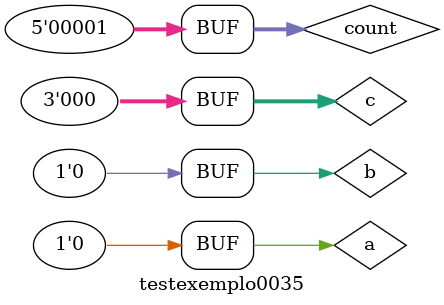
<source format=v>

module multiplexador(output s, input p, input q, input r);

wire temp1, temp2, temp3;

not(temp3,            r);
and(temp1,     p, temp3);
and(temp2,     q,     r);
or (    s, temp1, temp2);

endmodule

module exemplo0035(output s, input p, input q, input [2:0]chave);

wire temp1, temp2, temp3, temp4, temp5, temp6, temp7, temp8, temp9, temp10, temp11, temp12, temp13, temp14;

or  (temp1, p, q);
and (temp2, p, q);
nor (temp3, p, q);
nand(temp4, p, q);
xor (temp5, p, q);
xnor(temp6, p, q);
not (temp7,    p);
not (temp8,    q);

multiplexador MULT ( temp9,   temp1,  temp2, chave[0]);
multiplexador MULT2(temp10,   temp3,  temp4, chave[0]);
multiplexador MULT3(temp11,   temp5,  temp6, chave[0]);
multiplexador MULT4(temp12,   temp7,  temp8, chave[0]);
multiplexador MULT5(temp13,   temp9, temp10, chave[1]);
multiplexador MULT6(temp14,  temp11, temp12, chave[1]);
multiplexador MULT7(     s,  temp13, temp14, chave[2]);

endmodule

module testexemplo0035;
reg[0:0]     a;
reg[0:0]     b;
reg[4:0] count;
reg[2:0]     c;
wire[0:0]    s;

exemplo0035 Q05(s, a, b, c);

initial begin
a= 1'b0;
b= 1'b0;
c= 3'b000;

#1 $monitor("%3b %3b %3b = %3b", a, b, c, s);

count = 0;
	repeat(31)begin
		count <= count+1;
		
		#1 a<=count[4]; b<=count[3]; c[2]<=count[2]; c[1]<=count[1];c[0]<=count[0];

	end
end
endmodule
</source>
